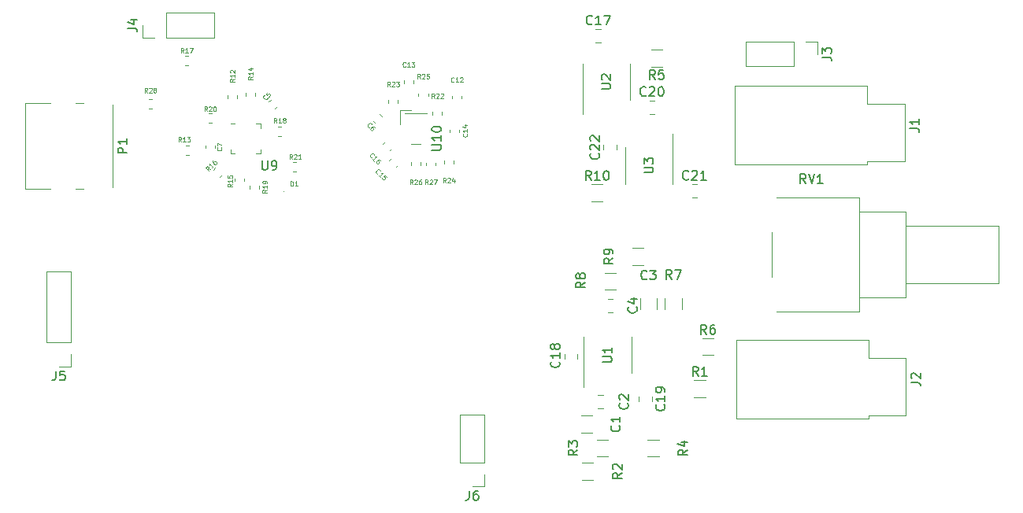
<source format=gbr>
%TF.GenerationSoftware,KiCad,Pcbnew,(5.1.8)-1*%
%TF.CreationDate,2021-03-14T21:45:14-06:00*%
%TF.ProjectId,Audio Card,41756469-6f20-4436-9172-642e6b696361,rev?*%
%TF.SameCoordinates,Original*%
%TF.FileFunction,Legend,Top*%
%TF.FilePolarity,Positive*%
%FSLAX46Y46*%
G04 Gerber Fmt 4.6, Leading zero omitted, Abs format (unit mm)*
G04 Created by KiCad (PCBNEW (5.1.8)-1) date 2021-03-14 21:45:14*
%MOMM*%
%LPD*%
G01*
G04 APERTURE LIST*
%ADD10C,0.120000*%
%ADD11C,0.100000*%
%ADD12C,0.150000*%
%ADD13C,0.125000*%
G04 APERTURE END LIST*
D10*
%TO.C,U9*%
X178674200Y-56447600D02*
X179149200Y-56447600D01*
X179149200Y-56447600D02*
X179149200Y-56922600D01*
X176404200Y-59667600D02*
X175929200Y-59667600D01*
X175929200Y-59667600D02*
X175929200Y-59192600D01*
X178674200Y-59667600D02*
X179149200Y-59667600D01*
X179149200Y-59667600D02*
X179149200Y-59192600D01*
X176404200Y-56447600D02*
X175929200Y-56447600D01*
%TO.C,J6*%
X203260000Y-95500500D02*
X201930000Y-95500500D01*
X203260000Y-94170500D02*
X203260000Y-95500500D01*
X203260000Y-92900500D02*
X200600000Y-92900500D01*
X200600000Y-92900500D02*
X200600000Y-87760500D01*
X203260000Y-92900500D02*
X203260000Y-87760500D01*
X203260000Y-87760500D02*
X200600000Y-87760500D01*
%TO.C,C22*%
X216015500Y-58730248D02*
X216015500Y-59252752D01*
X217435500Y-58730248D02*
X217435500Y-59252752D01*
%TO.C,C21*%
X225535748Y-64400500D02*
X226058252Y-64400500D01*
X225535748Y-62980500D02*
X226058252Y-62980500D01*
%TO.C,C20*%
X220963748Y-55383500D02*
X221486252Y-55383500D01*
X220963748Y-53963500D02*
X221486252Y-53963500D01*
%TO.C,C19*%
X219825500Y-85790248D02*
X219825500Y-86312752D01*
X221245500Y-85790248D02*
X221245500Y-86312752D01*
%TO.C,C18*%
X211824500Y-81218248D02*
X211824500Y-81740752D01*
X213244500Y-81218248D02*
X213244500Y-81740752D01*
%TO.C,C17*%
X215194248Y-47700000D02*
X215716752Y-47700000D01*
X215194248Y-46280000D02*
X215716752Y-46280000D01*
%TO.C,C4*%
X217050252Y-75299500D02*
X216527748Y-75299500D01*
X217050252Y-76719500D02*
X216527748Y-76719500D01*
%TO.C,C2*%
X215970752Y-85650000D02*
X215448248Y-85650000D01*
X215970752Y-87070000D02*
X215448248Y-87070000D01*
%TO.C,R10*%
X214741436Y-62971000D02*
X215945564Y-62971000D01*
X214741436Y-64791000D02*
X215945564Y-64791000D01*
%TO.C,R6*%
X226664436Y-79544500D02*
X227868564Y-79544500D01*
X226664436Y-81364500D02*
X227868564Y-81364500D01*
%TO.C,R5*%
X222344064Y-50313000D02*
X221139936Y-50313000D01*
X222344064Y-48493000D02*
X221139936Y-48493000D01*
%TO.C,R1*%
X225775436Y-84053000D02*
X226979564Y-84053000D01*
X225775436Y-85873000D02*
X226979564Y-85873000D01*
%TO.C,C3*%
X219943000Y-76421064D02*
X219943000Y-75216936D01*
X221763000Y-76421064D02*
X221763000Y-75216936D01*
%TO.C,C1*%
X214851064Y-89683000D02*
X213646936Y-89683000D01*
X214851064Y-87863000D02*
X213646936Y-87863000D01*
%TO.C,R9*%
X219107936Y-69829000D02*
X220312064Y-69829000D01*
X219107936Y-71649000D02*
X220312064Y-71649000D01*
%TO.C,R8*%
X216186936Y-72496000D02*
X217391064Y-72496000D01*
X216186936Y-74316000D02*
X217391064Y-74316000D01*
%TO.C,R7*%
X224430000Y-75216936D02*
X224430000Y-76421064D01*
X222610000Y-75216936D02*
X222610000Y-76421064D01*
%TO.C,R4*%
X220785936Y-90466500D02*
X221990064Y-90466500D01*
X220785936Y-92286500D02*
X221990064Y-92286500D01*
%TO.C,R3*%
X215297936Y-90466500D02*
X216502064Y-90466500D01*
X215297936Y-92286500D02*
X216502064Y-92286500D01*
%TO.C,R2*%
X213710436Y-92943000D02*
X214914564Y-92943000D01*
X213710436Y-94763000D02*
X214914564Y-94763000D01*
%TO.C,U3*%
X218356500Y-60960000D02*
X218356500Y-62910000D01*
X218356500Y-60960000D02*
X218356500Y-59010000D01*
X223476500Y-60960000D02*
X223476500Y-62910000D01*
X223476500Y-60960000D02*
X223476500Y-57510000D01*
%TO.C,U2*%
X218904500Y-51943000D02*
X218904500Y-49993000D01*
X218904500Y-51943000D02*
X218904500Y-53893000D01*
X213784500Y-51943000D02*
X213784500Y-49993000D01*
X213784500Y-51943000D02*
X213784500Y-55393000D01*
%TO.C,U1*%
X219031500Y-81342000D02*
X219031500Y-79392000D01*
X219031500Y-81342000D02*
X219031500Y-83292000D01*
X213911500Y-81342000D02*
X213911500Y-79392000D01*
X213911500Y-81342000D02*
X213911500Y-84792000D01*
%TO.C,P1*%
X160160000Y-54260000D02*
X159260000Y-54260000D01*
X160160000Y-63450000D02*
X159260000Y-63450000D01*
X156560000Y-54260000D02*
X153830000Y-54260000D01*
X156560000Y-63450000D02*
X153830000Y-63450000D01*
X163240000Y-54380000D02*
X163240000Y-63330000D01*
X153830000Y-54260000D02*
X153830000Y-63450000D01*
%TO.C,J5*%
X158810000Y-82610000D02*
X157480000Y-82610000D01*
X158810000Y-81280000D02*
X158810000Y-82610000D01*
X158810000Y-80010000D02*
X156150000Y-80010000D01*
X156150000Y-80010000D02*
X156150000Y-72330000D01*
X158810000Y-80010000D02*
X158810000Y-72330000D01*
X158810000Y-72330000D02*
X156150000Y-72330000D01*
%TO.C,R28*%
X167159721Y-54802500D02*
X167485279Y-54802500D01*
X167159721Y-53782500D02*
X167485279Y-53782500D01*
%TO.C,C16*%
X193261727Y-59110022D02*
X193031522Y-59340227D01*
X192540478Y-58388773D02*
X192310273Y-58618978D01*
%TO.C,R27*%
X196975000Y-60957779D02*
X196975000Y-60632221D01*
X197995000Y-60957779D02*
X197995000Y-60632221D01*
%TO.C,R26*%
X196344000Y-60581221D02*
X196344000Y-60906779D01*
X195324000Y-60581221D02*
X195324000Y-60906779D01*
%TO.C,R25*%
X197169500Y-53177221D02*
X197169500Y-53502779D01*
X196149500Y-53177221D02*
X196149500Y-53502779D01*
%TO.C,R24*%
X198880000Y-60779779D02*
X198880000Y-60454221D01*
X199900000Y-60779779D02*
X199900000Y-60454221D01*
%TO.C,R23*%
X193931000Y-53875721D02*
X193931000Y-54201279D01*
X192911000Y-53875721D02*
X192911000Y-54201279D01*
%TO.C,R22*%
X198630000Y-55145721D02*
X198630000Y-55471279D01*
X197610000Y-55145721D02*
X197610000Y-55471279D01*
%TO.C,R21*%
X182653721Y-60577000D02*
X182979279Y-60577000D01*
X182653721Y-61597000D02*
X182979279Y-61597000D01*
%TO.C,R20*%
X173924279Y-56390000D02*
X173598721Y-56390000D01*
X173924279Y-55370000D02*
X173598721Y-55370000D01*
%TO.C,R19*%
X177988500Y-63472279D02*
X177988500Y-63146721D01*
X179008500Y-63472279D02*
X179008500Y-63146721D01*
%TO.C,R18*%
X181066221Y-56767000D02*
X181391779Y-56767000D01*
X181066221Y-57787000D02*
X181391779Y-57787000D01*
%TO.C,R17*%
X171358779Y-50167000D02*
X171033221Y-50167000D01*
X171358779Y-49147000D02*
X171033221Y-49147000D01*
%TO.C,R16*%
X175022574Y-61918675D02*
X174792369Y-62148880D01*
X174301325Y-61197426D02*
X174071120Y-61427631D01*
%TO.C,R15*%
X177421000Y-62321221D02*
X177421000Y-62646779D01*
X176401000Y-62321221D02*
X176401000Y-62646779D01*
%TO.C,R14*%
X177544000Y-53477279D02*
X177544000Y-53151721D01*
X178564000Y-53477279D02*
X178564000Y-53151721D01*
%TO.C,R13*%
X171485779Y-59819000D02*
X171160221Y-59819000D01*
X171485779Y-58799000D02*
X171160221Y-58799000D01*
%TO.C,R12*%
X175639000Y-53731279D02*
X175639000Y-53405721D01*
X176659000Y-53731279D02*
X176659000Y-53405721D01*
D11*
%TO.C,D1*%
X181649500Y-63754000D02*
G75*
G03*
X181649500Y-63754000I-50000J0D01*
G01*
D10*
%TO.C,C15*%
X192994120Y-60396978D02*
X193224325Y-60166773D01*
X193715369Y-61118227D02*
X193945574Y-60888022D01*
%TO.C,C14*%
X200535000Y-57076221D02*
X200535000Y-57401779D01*
X199515000Y-57076221D02*
X199515000Y-57401779D01*
%TO.C,C13*%
X194562000Y-52143779D02*
X194562000Y-51818221D01*
X195582000Y-52143779D02*
X195582000Y-51818221D01*
%TO.C,C12*%
X199769000Y-53756779D02*
X199769000Y-53431221D01*
X200789000Y-53756779D02*
X200789000Y-53431221D01*
%TO.C,C7*%
X174246000Y-58765221D02*
X174246000Y-59090779D01*
X173226000Y-58765221D02*
X173226000Y-59090779D01*
%TO.C,C6*%
X191475631Y-56370380D02*
X191245426Y-56140175D01*
X192196880Y-55649131D02*
X191966675Y-55418926D01*
%TO.C,C5*%
X180005926Y-54095825D02*
X180236131Y-53865620D01*
X180727175Y-54817074D02*
X180957380Y-54586869D01*
%TO.C,U10*%
X194634800Y-55356900D02*
X197004800Y-55356900D01*
X196384800Y-58596900D02*
X195384800Y-58596900D01*
X194184800Y-54976900D02*
X195384800Y-54976900D01*
X194184800Y-56476900D02*
X194184800Y-54976900D01*
%TO.C,RV1*%
X258499000Y-67405000D02*
X258499000Y-73645000D01*
X248499000Y-67405000D02*
X248499000Y-73645000D01*
X248499000Y-73645000D02*
X258499000Y-73645000D01*
X248499000Y-67405000D02*
X258499000Y-67405000D01*
X248499000Y-65905000D02*
X248499000Y-75145000D01*
X243499000Y-65905000D02*
X243499000Y-75145000D01*
X243499000Y-75145000D02*
X248499000Y-75145000D01*
X243499000Y-65905000D02*
X248499000Y-65905000D01*
X243499000Y-64355000D02*
X243499000Y-76695000D01*
X234118000Y-68131000D02*
X234118000Y-72920000D01*
X234620000Y-76695000D02*
X243499000Y-76695000D01*
X234620000Y-64355000D02*
X243499000Y-64355000D01*
%TO.C,J4*%
X166437000Y-47177000D02*
X166437000Y-45847000D01*
X167767000Y-47177000D02*
X166437000Y-47177000D01*
X169037000Y-47177000D02*
X169037000Y-44517000D01*
X169037000Y-44517000D02*
X174177000Y-44517000D01*
X169037000Y-47177000D02*
X174177000Y-47177000D01*
X174177000Y-47177000D02*
X174177000Y-44517000D01*
%TO.C,J3*%
X239074000Y-47628500D02*
X239074000Y-48958500D01*
X237744000Y-47628500D02*
X239074000Y-47628500D01*
X236474000Y-47628500D02*
X236474000Y-50288500D01*
X236474000Y-50288500D02*
X231334000Y-50288500D01*
X236474000Y-47628500D02*
X231334000Y-47628500D01*
X231334000Y-47628500D02*
X231334000Y-50288500D01*
%TO.C,J2*%
X244512000Y-81632000D02*
X248512000Y-81632000D01*
X244512000Y-79732000D02*
X244512000Y-81632000D01*
X230272000Y-79732000D02*
X244512000Y-79732000D01*
X230272000Y-88172000D02*
X230272000Y-79732000D01*
X244512000Y-88172000D02*
X230272000Y-88172000D01*
X244512000Y-87872000D02*
X244512000Y-88172000D01*
X248512000Y-87872000D02*
X244512000Y-87872000D01*
X248512000Y-81632000D02*
X248512000Y-87872000D01*
%TO.C,J1*%
X244398000Y-54295000D02*
X248398000Y-54295000D01*
X244398000Y-52395000D02*
X244398000Y-54295000D01*
X230158000Y-52395000D02*
X244398000Y-52395000D01*
X230158000Y-60835000D02*
X230158000Y-52395000D01*
X244398000Y-60835000D02*
X230158000Y-60835000D01*
X244398000Y-60535000D02*
X244398000Y-60835000D01*
X248398000Y-60535000D02*
X244398000Y-60535000D01*
X248398000Y-54295000D02*
X248398000Y-60535000D01*
%TO.C,U9*%
D12*
X179324095Y-60412380D02*
X179324095Y-61221904D01*
X179371714Y-61317142D01*
X179419333Y-61364761D01*
X179514571Y-61412380D01*
X179705047Y-61412380D01*
X179800285Y-61364761D01*
X179847904Y-61317142D01*
X179895523Y-61221904D01*
X179895523Y-60412380D01*
X180419333Y-61412380D02*
X180609809Y-61412380D01*
X180705047Y-61364761D01*
X180752666Y-61317142D01*
X180847904Y-61174285D01*
X180895523Y-60983809D01*
X180895523Y-60602857D01*
X180847904Y-60507619D01*
X180800285Y-60460000D01*
X180705047Y-60412380D01*
X180514571Y-60412380D01*
X180419333Y-60460000D01*
X180371714Y-60507619D01*
X180324095Y-60602857D01*
X180324095Y-60840952D01*
X180371714Y-60936190D01*
X180419333Y-60983809D01*
X180514571Y-61031428D01*
X180705047Y-61031428D01*
X180800285Y-60983809D01*
X180847904Y-60936190D01*
X180895523Y-60840952D01*
%TO.C,J6*%
X201596666Y-95952880D02*
X201596666Y-96667166D01*
X201549047Y-96810023D01*
X201453809Y-96905261D01*
X201310952Y-96952880D01*
X201215714Y-96952880D01*
X202501428Y-95952880D02*
X202310952Y-95952880D01*
X202215714Y-96000500D01*
X202168095Y-96048119D01*
X202072857Y-96190976D01*
X202025238Y-96381452D01*
X202025238Y-96762404D01*
X202072857Y-96857642D01*
X202120476Y-96905261D01*
X202215714Y-96952880D01*
X202406190Y-96952880D01*
X202501428Y-96905261D01*
X202549047Y-96857642D01*
X202596666Y-96762404D01*
X202596666Y-96524309D01*
X202549047Y-96429071D01*
X202501428Y-96381452D01*
X202406190Y-96333833D01*
X202215714Y-96333833D01*
X202120476Y-96381452D01*
X202072857Y-96429071D01*
X202025238Y-96524309D01*
%TO.C,C22*%
X215495142Y-59634357D02*
X215542761Y-59681976D01*
X215590380Y-59824833D01*
X215590380Y-59920071D01*
X215542761Y-60062928D01*
X215447523Y-60158166D01*
X215352285Y-60205785D01*
X215161809Y-60253404D01*
X215018952Y-60253404D01*
X214828476Y-60205785D01*
X214733238Y-60158166D01*
X214638000Y-60062928D01*
X214590380Y-59920071D01*
X214590380Y-59824833D01*
X214638000Y-59681976D01*
X214685619Y-59634357D01*
X214685619Y-59253404D02*
X214638000Y-59205785D01*
X214590380Y-59110547D01*
X214590380Y-58872452D01*
X214638000Y-58777214D01*
X214685619Y-58729595D01*
X214780857Y-58681976D01*
X214876095Y-58681976D01*
X215018952Y-58729595D01*
X215590380Y-59301023D01*
X215590380Y-58681976D01*
X214685619Y-58301023D02*
X214638000Y-58253404D01*
X214590380Y-58158166D01*
X214590380Y-57920071D01*
X214638000Y-57824833D01*
X214685619Y-57777214D01*
X214780857Y-57729595D01*
X214876095Y-57729595D01*
X215018952Y-57777214D01*
X215590380Y-58348642D01*
X215590380Y-57729595D01*
%TO.C,C21*%
X225154142Y-62397642D02*
X225106523Y-62445261D01*
X224963666Y-62492880D01*
X224868428Y-62492880D01*
X224725571Y-62445261D01*
X224630333Y-62350023D01*
X224582714Y-62254785D01*
X224535095Y-62064309D01*
X224535095Y-61921452D01*
X224582714Y-61730976D01*
X224630333Y-61635738D01*
X224725571Y-61540500D01*
X224868428Y-61492880D01*
X224963666Y-61492880D01*
X225106523Y-61540500D01*
X225154142Y-61588119D01*
X225535095Y-61588119D02*
X225582714Y-61540500D01*
X225677952Y-61492880D01*
X225916047Y-61492880D01*
X226011285Y-61540500D01*
X226058904Y-61588119D01*
X226106523Y-61683357D01*
X226106523Y-61778595D01*
X226058904Y-61921452D01*
X225487476Y-62492880D01*
X226106523Y-62492880D01*
X227058904Y-62492880D02*
X226487476Y-62492880D01*
X226773190Y-62492880D02*
X226773190Y-61492880D01*
X226677952Y-61635738D01*
X226582714Y-61730976D01*
X226487476Y-61778595D01*
%TO.C,C20*%
X220582142Y-53380642D02*
X220534523Y-53428261D01*
X220391666Y-53475880D01*
X220296428Y-53475880D01*
X220153571Y-53428261D01*
X220058333Y-53333023D01*
X220010714Y-53237785D01*
X219963095Y-53047309D01*
X219963095Y-52904452D01*
X220010714Y-52713976D01*
X220058333Y-52618738D01*
X220153571Y-52523500D01*
X220296428Y-52475880D01*
X220391666Y-52475880D01*
X220534523Y-52523500D01*
X220582142Y-52571119D01*
X220963095Y-52571119D02*
X221010714Y-52523500D01*
X221105952Y-52475880D01*
X221344047Y-52475880D01*
X221439285Y-52523500D01*
X221486904Y-52571119D01*
X221534523Y-52666357D01*
X221534523Y-52761595D01*
X221486904Y-52904452D01*
X220915476Y-53475880D01*
X221534523Y-53475880D01*
X222153571Y-52475880D02*
X222248809Y-52475880D01*
X222344047Y-52523500D01*
X222391666Y-52571119D01*
X222439285Y-52666357D01*
X222486904Y-52856833D01*
X222486904Y-53094928D01*
X222439285Y-53285404D01*
X222391666Y-53380642D01*
X222344047Y-53428261D01*
X222248809Y-53475880D01*
X222153571Y-53475880D01*
X222058333Y-53428261D01*
X222010714Y-53380642D01*
X221963095Y-53285404D01*
X221915476Y-53094928D01*
X221915476Y-52856833D01*
X221963095Y-52666357D01*
X222010714Y-52571119D01*
X222058333Y-52523500D01*
X222153571Y-52475880D01*
%TO.C,C19*%
X222542642Y-86694357D02*
X222590261Y-86741976D01*
X222637880Y-86884833D01*
X222637880Y-86980071D01*
X222590261Y-87122928D01*
X222495023Y-87218166D01*
X222399785Y-87265785D01*
X222209309Y-87313404D01*
X222066452Y-87313404D01*
X221875976Y-87265785D01*
X221780738Y-87218166D01*
X221685500Y-87122928D01*
X221637880Y-86980071D01*
X221637880Y-86884833D01*
X221685500Y-86741976D01*
X221733119Y-86694357D01*
X222637880Y-85741976D02*
X222637880Y-86313404D01*
X222637880Y-86027690D02*
X221637880Y-86027690D01*
X221780738Y-86122928D01*
X221875976Y-86218166D01*
X221923595Y-86313404D01*
X222637880Y-85265785D02*
X222637880Y-85075309D01*
X222590261Y-84980071D01*
X222542642Y-84932452D01*
X222399785Y-84837214D01*
X222209309Y-84789595D01*
X221828357Y-84789595D01*
X221733119Y-84837214D01*
X221685500Y-84884833D01*
X221637880Y-84980071D01*
X221637880Y-85170547D01*
X221685500Y-85265785D01*
X221733119Y-85313404D01*
X221828357Y-85361023D01*
X222066452Y-85361023D01*
X222161690Y-85313404D01*
X222209309Y-85265785D01*
X222256928Y-85170547D01*
X222256928Y-84980071D01*
X222209309Y-84884833D01*
X222161690Y-84837214D01*
X222066452Y-84789595D01*
%TO.C,C18*%
X211240642Y-82049857D02*
X211288261Y-82097476D01*
X211335880Y-82240333D01*
X211335880Y-82335571D01*
X211288261Y-82478428D01*
X211193023Y-82573666D01*
X211097785Y-82621285D01*
X210907309Y-82668904D01*
X210764452Y-82668904D01*
X210573976Y-82621285D01*
X210478738Y-82573666D01*
X210383500Y-82478428D01*
X210335880Y-82335571D01*
X210335880Y-82240333D01*
X210383500Y-82097476D01*
X210431119Y-82049857D01*
X211335880Y-81097476D02*
X211335880Y-81668904D01*
X211335880Y-81383190D02*
X210335880Y-81383190D01*
X210478738Y-81478428D01*
X210573976Y-81573666D01*
X210621595Y-81668904D01*
X210764452Y-80526047D02*
X210716833Y-80621285D01*
X210669214Y-80668904D01*
X210573976Y-80716523D01*
X210526357Y-80716523D01*
X210431119Y-80668904D01*
X210383500Y-80621285D01*
X210335880Y-80526047D01*
X210335880Y-80335571D01*
X210383500Y-80240333D01*
X210431119Y-80192714D01*
X210526357Y-80145095D01*
X210573976Y-80145095D01*
X210669214Y-80192714D01*
X210716833Y-80240333D01*
X210764452Y-80335571D01*
X210764452Y-80526047D01*
X210812071Y-80621285D01*
X210859690Y-80668904D01*
X210954928Y-80716523D01*
X211145404Y-80716523D01*
X211240642Y-80668904D01*
X211288261Y-80621285D01*
X211335880Y-80526047D01*
X211335880Y-80335571D01*
X211288261Y-80240333D01*
X211240642Y-80192714D01*
X211145404Y-80145095D01*
X210954928Y-80145095D01*
X210859690Y-80192714D01*
X210812071Y-80240333D01*
X210764452Y-80335571D01*
%TO.C,C17*%
X214812642Y-45697142D02*
X214765023Y-45744761D01*
X214622166Y-45792380D01*
X214526928Y-45792380D01*
X214384071Y-45744761D01*
X214288833Y-45649523D01*
X214241214Y-45554285D01*
X214193595Y-45363809D01*
X214193595Y-45220952D01*
X214241214Y-45030476D01*
X214288833Y-44935238D01*
X214384071Y-44840000D01*
X214526928Y-44792380D01*
X214622166Y-44792380D01*
X214765023Y-44840000D01*
X214812642Y-44887619D01*
X215765023Y-45792380D02*
X215193595Y-45792380D01*
X215479309Y-45792380D02*
X215479309Y-44792380D01*
X215384071Y-44935238D01*
X215288833Y-45030476D01*
X215193595Y-45078095D01*
X216098357Y-44792380D02*
X216765023Y-44792380D01*
X216336452Y-45792380D01*
%TO.C,C4*%
X219559142Y-76176166D02*
X219606761Y-76223785D01*
X219654380Y-76366642D01*
X219654380Y-76461880D01*
X219606761Y-76604738D01*
X219511523Y-76699976D01*
X219416285Y-76747595D01*
X219225809Y-76795214D01*
X219082952Y-76795214D01*
X218892476Y-76747595D01*
X218797238Y-76699976D01*
X218702000Y-76604738D01*
X218654380Y-76461880D01*
X218654380Y-76366642D01*
X218702000Y-76223785D01*
X218749619Y-76176166D01*
X218987714Y-75319023D02*
X219654380Y-75319023D01*
X218606761Y-75557119D02*
X219321047Y-75795214D01*
X219321047Y-75176166D01*
%TO.C,C2*%
X218606642Y-86526666D02*
X218654261Y-86574285D01*
X218701880Y-86717142D01*
X218701880Y-86812380D01*
X218654261Y-86955238D01*
X218559023Y-87050476D01*
X218463785Y-87098095D01*
X218273309Y-87145714D01*
X218130452Y-87145714D01*
X217939976Y-87098095D01*
X217844738Y-87050476D01*
X217749500Y-86955238D01*
X217701880Y-86812380D01*
X217701880Y-86717142D01*
X217749500Y-86574285D01*
X217797119Y-86526666D01*
X217797119Y-86145714D02*
X217749500Y-86098095D01*
X217701880Y-86002857D01*
X217701880Y-85764761D01*
X217749500Y-85669523D01*
X217797119Y-85621904D01*
X217892357Y-85574285D01*
X217987595Y-85574285D01*
X218130452Y-85621904D01*
X218701880Y-86193333D01*
X218701880Y-85574285D01*
%TO.C,R10*%
X214700642Y-62513380D02*
X214367309Y-62037190D01*
X214129214Y-62513380D02*
X214129214Y-61513380D01*
X214510166Y-61513380D01*
X214605404Y-61561000D01*
X214653023Y-61608619D01*
X214700642Y-61703857D01*
X214700642Y-61846714D01*
X214653023Y-61941952D01*
X214605404Y-61989571D01*
X214510166Y-62037190D01*
X214129214Y-62037190D01*
X215653023Y-62513380D02*
X215081595Y-62513380D01*
X215367309Y-62513380D02*
X215367309Y-61513380D01*
X215272071Y-61656238D01*
X215176833Y-61751476D01*
X215081595Y-61799095D01*
X216272071Y-61513380D02*
X216367309Y-61513380D01*
X216462547Y-61561000D01*
X216510166Y-61608619D01*
X216557785Y-61703857D01*
X216605404Y-61894333D01*
X216605404Y-62132428D01*
X216557785Y-62322904D01*
X216510166Y-62418142D01*
X216462547Y-62465761D01*
X216367309Y-62513380D01*
X216272071Y-62513380D01*
X216176833Y-62465761D01*
X216129214Y-62418142D01*
X216081595Y-62322904D01*
X216033976Y-62132428D01*
X216033976Y-61894333D01*
X216081595Y-61703857D01*
X216129214Y-61608619D01*
X216176833Y-61561000D01*
X216272071Y-61513380D01*
%TO.C,R6*%
X227099833Y-79086880D02*
X226766500Y-78610690D01*
X226528404Y-79086880D02*
X226528404Y-78086880D01*
X226909357Y-78086880D01*
X227004595Y-78134500D01*
X227052214Y-78182119D01*
X227099833Y-78277357D01*
X227099833Y-78420214D01*
X227052214Y-78515452D01*
X227004595Y-78563071D01*
X226909357Y-78610690D01*
X226528404Y-78610690D01*
X227956976Y-78086880D02*
X227766500Y-78086880D01*
X227671261Y-78134500D01*
X227623642Y-78182119D01*
X227528404Y-78324976D01*
X227480785Y-78515452D01*
X227480785Y-78896404D01*
X227528404Y-78991642D01*
X227576023Y-79039261D01*
X227671261Y-79086880D01*
X227861738Y-79086880D01*
X227956976Y-79039261D01*
X228004595Y-78991642D01*
X228052214Y-78896404D01*
X228052214Y-78658309D01*
X228004595Y-78563071D01*
X227956976Y-78515452D01*
X227861738Y-78467833D01*
X227671261Y-78467833D01*
X227576023Y-78515452D01*
X227528404Y-78563071D01*
X227480785Y-78658309D01*
%TO.C,R5*%
X221575333Y-51675380D02*
X221242000Y-51199190D01*
X221003904Y-51675380D02*
X221003904Y-50675380D01*
X221384857Y-50675380D01*
X221480095Y-50723000D01*
X221527714Y-50770619D01*
X221575333Y-50865857D01*
X221575333Y-51008714D01*
X221527714Y-51103952D01*
X221480095Y-51151571D01*
X221384857Y-51199190D01*
X221003904Y-51199190D01*
X222480095Y-50675380D02*
X222003904Y-50675380D01*
X221956285Y-51151571D01*
X222003904Y-51103952D01*
X222099142Y-51056333D01*
X222337238Y-51056333D01*
X222432476Y-51103952D01*
X222480095Y-51151571D01*
X222527714Y-51246809D01*
X222527714Y-51484904D01*
X222480095Y-51580142D01*
X222432476Y-51627761D01*
X222337238Y-51675380D01*
X222099142Y-51675380D01*
X222003904Y-51627761D01*
X221956285Y-51580142D01*
%TO.C,R1*%
X226210833Y-83595380D02*
X225877500Y-83119190D01*
X225639404Y-83595380D02*
X225639404Y-82595380D01*
X226020357Y-82595380D01*
X226115595Y-82643000D01*
X226163214Y-82690619D01*
X226210833Y-82785857D01*
X226210833Y-82928714D01*
X226163214Y-83023952D01*
X226115595Y-83071571D01*
X226020357Y-83119190D01*
X225639404Y-83119190D01*
X227163214Y-83595380D02*
X226591785Y-83595380D01*
X226877500Y-83595380D02*
X226877500Y-82595380D01*
X226782261Y-82738238D01*
X226687023Y-82833476D01*
X226591785Y-82881095D01*
%TO.C,C3*%
X220686333Y-73128142D02*
X220638714Y-73175761D01*
X220495857Y-73223380D01*
X220400619Y-73223380D01*
X220257761Y-73175761D01*
X220162523Y-73080523D01*
X220114904Y-72985285D01*
X220067285Y-72794809D01*
X220067285Y-72651952D01*
X220114904Y-72461476D01*
X220162523Y-72366238D01*
X220257761Y-72271000D01*
X220400619Y-72223380D01*
X220495857Y-72223380D01*
X220638714Y-72271000D01*
X220686333Y-72318619D01*
X221019666Y-72223380D02*
X221638714Y-72223380D01*
X221305380Y-72604333D01*
X221448238Y-72604333D01*
X221543476Y-72651952D01*
X221591095Y-72699571D01*
X221638714Y-72794809D01*
X221638714Y-73032904D01*
X221591095Y-73128142D01*
X221543476Y-73175761D01*
X221448238Y-73223380D01*
X221162523Y-73223380D01*
X221067285Y-73175761D01*
X221019666Y-73128142D01*
%TO.C,C1*%
X217717642Y-88939666D02*
X217765261Y-88987285D01*
X217812880Y-89130142D01*
X217812880Y-89225380D01*
X217765261Y-89368238D01*
X217670023Y-89463476D01*
X217574785Y-89511095D01*
X217384309Y-89558714D01*
X217241452Y-89558714D01*
X217050976Y-89511095D01*
X216955738Y-89463476D01*
X216860500Y-89368238D01*
X216812880Y-89225380D01*
X216812880Y-89130142D01*
X216860500Y-88987285D01*
X216908119Y-88939666D01*
X217812880Y-87987285D02*
X217812880Y-88558714D01*
X217812880Y-88273000D02*
X216812880Y-88273000D01*
X216955738Y-88368238D01*
X217050976Y-88463476D01*
X217098595Y-88558714D01*
%TO.C,R9*%
X217050880Y-70905666D02*
X216574690Y-71239000D01*
X217050880Y-71477095D02*
X216050880Y-71477095D01*
X216050880Y-71096142D01*
X216098500Y-71000904D01*
X216146119Y-70953285D01*
X216241357Y-70905666D01*
X216384214Y-70905666D01*
X216479452Y-70953285D01*
X216527071Y-71000904D01*
X216574690Y-71096142D01*
X216574690Y-71477095D01*
X217050880Y-70429476D02*
X217050880Y-70239000D01*
X217003261Y-70143761D01*
X216955642Y-70096142D01*
X216812785Y-70000904D01*
X216622309Y-69953285D01*
X216241357Y-69953285D01*
X216146119Y-70000904D01*
X216098500Y-70048523D01*
X216050880Y-70143761D01*
X216050880Y-70334238D01*
X216098500Y-70429476D01*
X216146119Y-70477095D01*
X216241357Y-70524714D01*
X216479452Y-70524714D01*
X216574690Y-70477095D01*
X216622309Y-70429476D01*
X216669928Y-70334238D01*
X216669928Y-70143761D01*
X216622309Y-70048523D01*
X216574690Y-70000904D01*
X216479452Y-69953285D01*
%TO.C,R8*%
X214066380Y-73509166D02*
X213590190Y-73842500D01*
X214066380Y-74080595D02*
X213066380Y-74080595D01*
X213066380Y-73699642D01*
X213114000Y-73604404D01*
X213161619Y-73556785D01*
X213256857Y-73509166D01*
X213399714Y-73509166D01*
X213494952Y-73556785D01*
X213542571Y-73604404D01*
X213590190Y-73699642D01*
X213590190Y-74080595D01*
X213494952Y-72937738D02*
X213447333Y-73032976D01*
X213399714Y-73080595D01*
X213304476Y-73128214D01*
X213256857Y-73128214D01*
X213161619Y-73080595D01*
X213114000Y-73032976D01*
X213066380Y-72937738D01*
X213066380Y-72747261D01*
X213114000Y-72652023D01*
X213161619Y-72604404D01*
X213256857Y-72556785D01*
X213304476Y-72556785D01*
X213399714Y-72604404D01*
X213447333Y-72652023D01*
X213494952Y-72747261D01*
X213494952Y-72937738D01*
X213542571Y-73032976D01*
X213590190Y-73080595D01*
X213685428Y-73128214D01*
X213875904Y-73128214D01*
X213971142Y-73080595D01*
X214018761Y-73032976D01*
X214066380Y-72937738D01*
X214066380Y-72747261D01*
X214018761Y-72652023D01*
X213971142Y-72604404D01*
X213875904Y-72556785D01*
X213685428Y-72556785D01*
X213590190Y-72604404D01*
X213542571Y-72652023D01*
X213494952Y-72747261D01*
%TO.C,R7*%
X223353333Y-73159880D02*
X223020000Y-72683690D01*
X222781904Y-73159880D02*
X222781904Y-72159880D01*
X223162857Y-72159880D01*
X223258095Y-72207500D01*
X223305714Y-72255119D01*
X223353333Y-72350357D01*
X223353333Y-72493214D01*
X223305714Y-72588452D01*
X223258095Y-72636071D01*
X223162857Y-72683690D01*
X222781904Y-72683690D01*
X223686666Y-72159880D02*
X224353333Y-72159880D01*
X223924761Y-73159880D01*
%TO.C,R4*%
X225051880Y-91543166D02*
X224575690Y-91876500D01*
X225051880Y-92114595D02*
X224051880Y-92114595D01*
X224051880Y-91733642D01*
X224099500Y-91638404D01*
X224147119Y-91590785D01*
X224242357Y-91543166D01*
X224385214Y-91543166D01*
X224480452Y-91590785D01*
X224528071Y-91638404D01*
X224575690Y-91733642D01*
X224575690Y-92114595D01*
X224385214Y-90686023D02*
X225051880Y-90686023D01*
X224004261Y-90924119D02*
X224718547Y-91162214D01*
X224718547Y-90543166D01*
%TO.C,R3*%
X213240880Y-91543166D02*
X212764690Y-91876500D01*
X213240880Y-92114595D02*
X212240880Y-92114595D01*
X212240880Y-91733642D01*
X212288500Y-91638404D01*
X212336119Y-91590785D01*
X212431357Y-91543166D01*
X212574214Y-91543166D01*
X212669452Y-91590785D01*
X212717071Y-91638404D01*
X212764690Y-91733642D01*
X212764690Y-92114595D01*
X212240880Y-91209833D02*
X212240880Y-90590785D01*
X212621833Y-90924119D01*
X212621833Y-90781261D01*
X212669452Y-90686023D01*
X212717071Y-90638404D01*
X212812309Y-90590785D01*
X213050404Y-90590785D01*
X213145642Y-90638404D01*
X213193261Y-90686023D01*
X213240880Y-90781261D01*
X213240880Y-91066976D01*
X213193261Y-91162214D01*
X213145642Y-91209833D01*
%TO.C,R2*%
X218003380Y-94019666D02*
X217527190Y-94353000D01*
X218003380Y-94591095D02*
X217003380Y-94591095D01*
X217003380Y-94210142D01*
X217051000Y-94114904D01*
X217098619Y-94067285D01*
X217193857Y-94019666D01*
X217336714Y-94019666D01*
X217431952Y-94067285D01*
X217479571Y-94114904D01*
X217527190Y-94210142D01*
X217527190Y-94591095D01*
X217098619Y-93638714D02*
X217051000Y-93591095D01*
X217003380Y-93495857D01*
X217003380Y-93257761D01*
X217051000Y-93162523D01*
X217098619Y-93114904D01*
X217193857Y-93067285D01*
X217289095Y-93067285D01*
X217431952Y-93114904D01*
X218003380Y-93686333D01*
X218003380Y-93067285D01*
%TO.C,U3*%
X220368880Y-61721904D02*
X221178404Y-61721904D01*
X221273642Y-61674285D01*
X221321261Y-61626666D01*
X221368880Y-61531428D01*
X221368880Y-61340952D01*
X221321261Y-61245714D01*
X221273642Y-61198095D01*
X221178404Y-61150476D01*
X220368880Y-61150476D01*
X220368880Y-60769523D02*
X220368880Y-60150476D01*
X220749833Y-60483809D01*
X220749833Y-60340952D01*
X220797452Y-60245714D01*
X220845071Y-60198095D01*
X220940309Y-60150476D01*
X221178404Y-60150476D01*
X221273642Y-60198095D01*
X221321261Y-60245714D01*
X221368880Y-60340952D01*
X221368880Y-60626666D01*
X221321261Y-60721904D01*
X221273642Y-60769523D01*
%TO.C,U2*%
X215796880Y-52704904D02*
X216606404Y-52704904D01*
X216701642Y-52657285D01*
X216749261Y-52609666D01*
X216796880Y-52514428D01*
X216796880Y-52323952D01*
X216749261Y-52228714D01*
X216701642Y-52181095D01*
X216606404Y-52133476D01*
X215796880Y-52133476D01*
X215892119Y-51704904D02*
X215844500Y-51657285D01*
X215796880Y-51562047D01*
X215796880Y-51323952D01*
X215844500Y-51228714D01*
X215892119Y-51181095D01*
X215987357Y-51133476D01*
X216082595Y-51133476D01*
X216225452Y-51181095D01*
X216796880Y-51752523D01*
X216796880Y-51133476D01*
%TO.C,U1*%
X215923880Y-82103904D02*
X216733404Y-82103904D01*
X216828642Y-82056285D01*
X216876261Y-82008666D01*
X216923880Y-81913428D01*
X216923880Y-81722952D01*
X216876261Y-81627714D01*
X216828642Y-81580095D01*
X216733404Y-81532476D01*
X215923880Y-81532476D01*
X216923880Y-80532476D02*
X216923880Y-81103904D01*
X216923880Y-80818190D02*
X215923880Y-80818190D01*
X216066738Y-80913428D01*
X216161976Y-81008666D01*
X216209595Y-81103904D01*
%TO.C,P1*%
X164812380Y-59593095D02*
X163812380Y-59593095D01*
X163812380Y-59212142D01*
X163860000Y-59116904D01*
X163907619Y-59069285D01*
X164002857Y-59021666D01*
X164145714Y-59021666D01*
X164240952Y-59069285D01*
X164288571Y-59116904D01*
X164336190Y-59212142D01*
X164336190Y-59593095D01*
X164812380Y-58069285D02*
X164812380Y-58640714D01*
X164812380Y-58355000D02*
X163812380Y-58355000D01*
X163955238Y-58450238D01*
X164050476Y-58545476D01*
X164098095Y-58640714D01*
%TO.C,J5*%
X157146666Y-83062380D02*
X157146666Y-83776666D01*
X157099047Y-83919523D01*
X157003809Y-84014761D01*
X156860952Y-84062380D01*
X156765714Y-84062380D01*
X158099047Y-83062380D02*
X157622857Y-83062380D01*
X157575238Y-83538571D01*
X157622857Y-83490952D01*
X157718095Y-83443333D01*
X157956190Y-83443333D01*
X158051428Y-83490952D01*
X158099047Y-83538571D01*
X158146666Y-83633809D01*
X158146666Y-83871904D01*
X158099047Y-83967142D01*
X158051428Y-84014761D01*
X157956190Y-84062380D01*
X157718095Y-84062380D01*
X157622857Y-84014761D01*
X157575238Y-83967142D01*
%TO.C,R28*%
D13*
X167001071Y-53088690D02*
X166834404Y-52850595D01*
X166715357Y-53088690D02*
X166715357Y-52588690D01*
X166905833Y-52588690D01*
X166953452Y-52612500D01*
X166977261Y-52636309D01*
X167001071Y-52683928D01*
X167001071Y-52755357D01*
X166977261Y-52802976D01*
X166953452Y-52826785D01*
X166905833Y-52850595D01*
X166715357Y-52850595D01*
X167191547Y-52636309D02*
X167215357Y-52612500D01*
X167262976Y-52588690D01*
X167382023Y-52588690D01*
X167429642Y-52612500D01*
X167453452Y-52636309D01*
X167477261Y-52683928D01*
X167477261Y-52731547D01*
X167453452Y-52802976D01*
X167167738Y-53088690D01*
X167477261Y-53088690D01*
X167762976Y-52802976D02*
X167715357Y-52779166D01*
X167691547Y-52755357D01*
X167667738Y-52707738D01*
X167667738Y-52683928D01*
X167691547Y-52636309D01*
X167715357Y-52612500D01*
X167762976Y-52588690D01*
X167858214Y-52588690D01*
X167905833Y-52612500D01*
X167929642Y-52636309D01*
X167953452Y-52683928D01*
X167953452Y-52707738D01*
X167929642Y-52755357D01*
X167905833Y-52779166D01*
X167858214Y-52802976D01*
X167762976Y-52802976D01*
X167715357Y-52826785D01*
X167691547Y-52850595D01*
X167667738Y-52898214D01*
X167667738Y-52993452D01*
X167691547Y-53041071D01*
X167715357Y-53064880D01*
X167762976Y-53088690D01*
X167858214Y-53088690D01*
X167905833Y-53064880D01*
X167929642Y-53041071D01*
X167953452Y-52993452D01*
X167953452Y-52898214D01*
X167929642Y-52850595D01*
X167905833Y-52826785D01*
X167858214Y-52802976D01*
%TO.C,C16*%
X191098946Y-60096984D02*
X191065274Y-60096984D01*
X190997931Y-60063312D01*
X190964259Y-60029641D01*
X190930587Y-59962297D01*
X190930587Y-59894954D01*
X190947423Y-59844446D01*
X190997931Y-59760267D01*
X191048438Y-59709759D01*
X191132618Y-59659251D01*
X191183125Y-59642416D01*
X191250469Y-59642416D01*
X191317812Y-59676087D01*
X191351484Y-59709759D01*
X191385156Y-59777103D01*
X191385156Y-59810774D01*
X191401992Y-60467374D02*
X191199961Y-60265343D01*
X191300977Y-60366358D02*
X191654530Y-60012805D01*
X191570351Y-60029641D01*
X191503007Y-60029641D01*
X191452500Y-60012805D01*
X192058591Y-60416866D02*
X191991248Y-60349522D01*
X191940740Y-60332687D01*
X191907068Y-60332687D01*
X191822889Y-60349522D01*
X191738709Y-60400030D01*
X191604022Y-60534717D01*
X191587187Y-60585225D01*
X191587187Y-60618896D01*
X191604022Y-60669404D01*
X191671366Y-60736748D01*
X191721874Y-60753583D01*
X191755545Y-60753583D01*
X191806053Y-60736748D01*
X191890232Y-60652568D01*
X191907068Y-60602061D01*
X191907068Y-60568389D01*
X191890232Y-60517881D01*
X191822889Y-60450538D01*
X191772381Y-60433702D01*
X191738709Y-60433702D01*
X191688202Y-60450538D01*
%TO.C,R27*%
X197163571Y-62964190D02*
X196996904Y-62726095D01*
X196877857Y-62964190D02*
X196877857Y-62464190D01*
X197068333Y-62464190D01*
X197115952Y-62488000D01*
X197139761Y-62511809D01*
X197163571Y-62559428D01*
X197163571Y-62630857D01*
X197139761Y-62678476D01*
X197115952Y-62702285D01*
X197068333Y-62726095D01*
X196877857Y-62726095D01*
X197354047Y-62511809D02*
X197377857Y-62488000D01*
X197425476Y-62464190D01*
X197544523Y-62464190D01*
X197592142Y-62488000D01*
X197615952Y-62511809D01*
X197639761Y-62559428D01*
X197639761Y-62607047D01*
X197615952Y-62678476D01*
X197330238Y-62964190D01*
X197639761Y-62964190D01*
X197806428Y-62464190D02*
X198139761Y-62464190D01*
X197925476Y-62964190D01*
%TO.C,R26*%
X195512571Y-62964190D02*
X195345904Y-62726095D01*
X195226857Y-62964190D02*
X195226857Y-62464190D01*
X195417333Y-62464190D01*
X195464952Y-62488000D01*
X195488761Y-62511809D01*
X195512571Y-62559428D01*
X195512571Y-62630857D01*
X195488761Y-62678476D01*
X195464952Y-62702285D01*
X195417333Y-62726095D01*
X195226857Y-62726095D01*
X195703047Y-62511809D02*
X195726857Y-62488000D01*
X195774476Y-62464190D01*
X195893523Y-62464190D01*
X195941142Y-62488000D01*
X195964952Y-62511809D01*
X195988761Y-62559428D01*
X195988761Y-62607047D01*
X195964952Y-62678476D01*
X195679238Y-62964190D01*
X195988761Y-62964190D01*
X196417333Y-62464190D02*
X196322095Y-62464190D01*
X196274476Y-62488000D01*
X196250666Y-62511809D01*
X196203047Y-62583238D01*
X196179238Y-62678476D01*
X196179238Y-62868952D01*
X196203047Y-62916571D01*
X196226857Y-62940380D01*
X196274476Y-62964190D01*
X196369714Y-62964190D01*
X196417333Y-62940380D01*
X196441142Y-62916571D01*
X196464952Y-62868952D01*
X196464952Y-62749904D01*
X196441142Y-62702285D01*
X196417333Y-62678476D01*
X196369714Y-62654666D01*
X196274476Y-62654666D01*
X196226857Y-62678476D01*
X196203047Y-62702285D01*
X196179238Y-62749904D01*
%TO.C,R25*%
X196338071Y-51597690D02*
X196171404Y-51359595D01*
X196052357Y-51597690D02*
X196052357Y-51097690D01*
X196242833Y-51097690D01*
X196290452Y-51121500D01*
X196314261Y-51145309D01*
X196338071Y-51192928D01*
X196338071Y-51264357D01*
X196314261Y-51311976D01*
X196290452Y-51335785D01*
X196242833Y-51359595D01*
X196052357Y-51359595D01*
X196528547Y-51145309D02*
X196552357Y-51121500D01*
X196599976Y-51097690D01*
X196719023Y-51097690D01*
X196766642Y-51121500D01*
X196790452Y-51145309D01*
X196814261Y-51192928D01*
X196814261Y-51240547D01*
X196790452Y-51311976D01*
X196504738Y-51597690D01*
X196814261Y-51597690D01*
X197266642Y-51097690D02*
X197028547Y-51097690D01*
X197004738Y-51335785D01*
X197028547Y-51311976D01*
X197076166Y-51288166D01*
X197195214Y-51288166D01*
X197242833Y-51311976D01*
X197266642Y-51335785D01*
X197290452Y-51383404D01*
X197290452Y-51502452D01*
X197266642Y-51550071D01*
X197242833Y-51573880D01*
X197195214Y-51597690D01*
X197076166Y-51597690D01*
X197028547Y-51573880D01*
X197004738Y-51550071D01*
%TO.C,R24*%
X199068571Y-62773690D02*
X198901904Y-62535595D01*
X198782857Y-62773690D02*
X198782857Y-62273690D01*
X198973333Y-62273690D01*
X199020952Y-62297500D01*
X199044761Y-62321309D01*
X199068571Y-62368928D01*
X199068571Y-62440357D01*
X199044761Y-62487976D01*
X199020952Y-62511785D01*
X198973333Y-62535595D01*
X198782857Y-62535595D01*
X199259047Y-62321309D02*
X199282857Y-62297500D01*
X199330476Y-62273690D01*
X199449523Y-62273690D01*
X199497142Y-62297500D01*
X199520952Y-62321309D01*
X199544761Y-62368928D01*
X199544761Y-62416547D01*
X199520952Y-62487976D01*
X199235238Y-62773690D01*
X199544761Y-62773690D01*
X199973333Y-62440357D02*
X199973333Y-62773690D01*
X199854285Y-62249880D02*
X199735238Y-62607023D01*
X200044761Y-62607023D01*
%TO.C,R23*%
X193099571Y-52423190D02*
X192932904Y-52185095D01*
X192813857Y-52423190D02*
X192813857Y-51923190D01*
X193004333Y-51923190D01*
X193051952Y-51947000D01*
X193075761Y-51970809D01*
X193099571Y-52018428D01*
X193099571Y-52089857D01*
X193075761Y-52137476D01*
X193051952Y-52161285D01*
X193004333Y-52185095D01*
X192813857Y-52185095D01*
X193290047Y-51970809D02*
X193313857Y-51947000D01*
X193361476Y-51923190D01*
X193480523Y-51923190D01*
X193528142Y-51947000D01*
X193551952Y-51970809D01*
X193575761Y-52018428D01*
X193575761Y-52066047D01*
X193551952Y-52137476D01*
X193266238Y-52423190D01*
X193575761Y-52423190D01*
X193742428Y-51923190D02*
X194051952Y-51923190D01*
X193885285Y-52113666D01*
X193956714Y-52113666D01*
X194004333Y-52137476D01*
X194028142Y-52161285D01*
X194051952Y-52208904D01*
X194051952Y-52327952D01*
X194028142Y-52375571D01*
X194004333Y-52399380D01*
X193956714Y-52423190D01*
X193813857Y-52423190D01*
X193766238Y-52399380D01*
X193742428Y-52375571D01*
%TO.C,R22*%
X197862071Y-53693190D02*
X197695404Y-53455095D01*
X197576357Y-53693190D02*
X197576357Y-53193190D01*
X197766833Y-53193190D01*
X197814452Y-53217000D01*
X197838261Y-53240809D01*
X197862071Y-53288428D01*
X197862071Y-53359857D01*
X197838261Y-53407476D01*
X197814452Y-53431285D01*
X197766833Y-53455095D01*
X197576357Y-53455095D01*
X198052547Y-53240809D02*
X198076357Y-53217000D01*
X198123976Y-53193190D01*
X198243023Y-53193190D01*
X198290642Y-53217000D01*
X198314452Y-53240809D01*
X198338261Y-53288428D01*
X198338261Y-53336047D01*
X198314452Y-53407476D01*
X198028738Y-53693190D01*
X198338261Y-53693190D01*
X198528738Y-53240809D02*
X198552547Y-53217000D01*
X198600166Y-53193190D01*
X198719214Y-53193190D01*
X198766833Y-53217000D01*
X198790642Y-53240809D01*
X198814452Y-53288428D01*
X198814452Y-53336047D01*
X198790642Y-53407476D01*
X198504928Y-53693190D01*
X198814452Y-53693190D01*
%TO.C,R21*%
D11*
X182558571Y-60233690D02*
X182391904Y-59995595D01*
X182272857Y-60233690D02*
X182272857Y-59733690D01*
X182463333Y-59733690D01*
X182510952Y-59757500D01*
X182534761Y-59781309D01*
X182558571Y-59828928D01*
X182558571Y-59900357D01*
X182534761Y-59947976D01*
X182510952Y-59971785D01*
X182463333Y-59995595D01*
X182272857Y-59995595D01*
X182749047Y-59781309D02*
X182772857Y-59757500D01*
X182820476Y-59733690D01*
X182939523Y-59733690D01*
X182987142Y-59757500D01*
X183010952Y-59781309D01*
X183034761Y-59828928D01*
X183034761Y-59876547D01*
X183010952Y-59947976D01*
X182725238Y-60233690D01*
X183034761Y-60233690D01*
X183510952Y-60233690D02*
X183225238Y-60233690D01*
X183368095Y-60233690D02*
X183368095Y-59733690D01*
X183320476Y-59805119D01*
X183272857Y-59852738D01*
X183225238Y-59876547D01*
%TO.C,R20*%
X173414571Y-55090190D02*
X173247904Y-54852095D01*
X173128857Y-55090190D02*
X173128857Y-54590190D01*
X173319333Y-54590190D01*
X173366952Y-54614000D01*
X173390761Y-54637809D01*
X173414571Y-54685428D01*
X173414571Y-54756857D01*
X173390761Y-54804476D01*
X173366952Y-54828285D01*
X173319333Y-54852095D01*
X173128857Y-54852095D01*
X173605047Y-54637809D02*
X173628857Y-54614000D01*
X173676476Y-54590190D01*
X173795523Y-54590190D01*
X173843142Y-54614000D01*
X173866952Y-54637809D01*
X173890761Y-54685428D01*
X173890761Y-54733047D01*
X173866952Y-54804476D01*
X173581238Y-55090190D01*
X173890761Y-55090190D01*
X174200285Y-54590190D02*
X174247904Y-54590190D01*
X174295523Y-54614000D01*
X174319333Y-54637809D01*
X174343142Y-54685428D01*
X174366952Y-54780666D01*
X174366952Y-54899714D01*
X174343142Y-54994952D01*
X174319333Y-55042571D01*
X174295523Y-55066380D01*
X174247904Y-55090190D01*
X174200285Y-55090190D01*
X174152666Y-55066380D01*
X174128857Y-55042571D01*
X174105047Y-54994952D01*
X174081238Y-54899714D01*
X174081238Y-54780666D01*
X174105047Y-54685428D01*
X174128857Y-54637809D01*
X174152666Y-54614000D01*
X174200285Y-54590190D01*
%TO.C,R19*%
X179867690Y-63567428D02*
X179629595Y-63734095D01*
X179867690Y-63853142D02*
X179367690Y-63853142D01*
X179367690Y-63662666D01*
X179391500Y-63615047D01*
X179415309Y-63591238D01*
X179462928Y-63567428D01*
X179534357Y-63567428D01*
X179581976Y-63591238D01*
X179605785Y-63615047D01*
X179629595Y-63662666D01*
X179629595Y-63853142D01*
X179867690Y-63091238D02*
X179867690Y-63376952D01*
X179867690Y-63234095D02*
X179367690Y-63234095D01*
X179439119Y-63281714D01*
X179486738Y-63329333D01*
X179510547Y-63376952D01*
X179867690Y-62853142D02*
X179867690Y-62757904D01*
X179843880Y-62710285D01*
X179820071Y-62686476D01*
X179748642Y-62638857D01*
X179653404Y-62615047D01*
X179462928Y-62615047D01*
X179415309Y-62638857D01*
X179391500Y-62662666D01*
X179367690Y-62710285D01*
X179367690Y-62805523D01*
X179391500Y-62853142D01*
X179415309Y-62876952D01*
X179462928Y-62900761D01*
X179581976Y-62900761D01*
X179629595Y-62876952D01*
X179653404Y-62853142D01*
X179677214Y-62805523D01*
X179677214Y-62710285D01*
X179653404Y-62662666D01*
X179629595Y-62638857D01*
X179581976Y-62615047D01*
%TO.C,R18*%
X180907571Y-56360190D02*
X180740904Y-56122095D01*
X180621857Y-56360190D02*
X180621857Y-55860190D01*
X180812333Y-55860190D01*
X180859952Y-55884000D01*
X180883761Y-55907809D01*
X180907571Y-55955428D01*
X180907571Y-56026857D01*
X180883761Y-56074476D01*
X180859952Y-56098285D01*
X180812333Y-56122095D01*
X180621857Y-56122095D01*
X181383761Y-56360190D02*
X181098047Y-56360190D01*
X181240904Y-56360190D02*
X181240904Y-55860190D01*
X181193285Y-55931619D01*
X181145666Y-55979238D01*
X181098047Y-56003047D01*
X181669476Y-56074476D02*
X181621857Y-56050666D01*
X181598047Y-56026857D01*
X181574238Y-55979238D01*
X181574238Y-55955428D01*
X181598047Y-55907809D01*
X181621857Y-55884000D01*
X181669476Y-55860190D01*
X181764714Y-55860190D01*
X181812333Y-55884000D01*
X181836142Y-55907809D01*
X181859952Y-55955428D01*
X181859952Y-55979238D01*
X181836142Y-56026857D01*
X181812333Y-56050666D01*
X181764714Y-56074476D01*
X181669476Y-56074476D01*
X181621857Y-56098285D01*
X181598047Y-56122095D01*
X181574238Y-56169714D01*
X181574238Y-56264952D01*
X181598047Y-56312571D01*
X181621857Y-56336380D01*
X181669476Y-56360190D01*
X181764714Y-56360190D01*
X181812333Y-56336380D01*
X181836142Y-56312571D01*
X181859952Y-56264952D01*
X181859952Y-56169714D01*
X181836142Y-56122095D01*
X181812333Y-56098285D01*
X181764714Y-56074476D01*
%TO.C,R17*%
D13*
X170874571Y-48803690D02*
X170707904Y-48565595D01*
X170588857Y-48803690D02*
X170588857Y-48303690D01*
X170779333Y-48303690D01*
X170826952Y-48327500D01*
X170850761Y-48351309D01*
X170874571Y-48398928D01*
X170874571Y-48470357D01*
X170850761Y-48517976D01*
X170826952Y-48541785D01*
X170779333Y-48565595D01*
X170588857Y-48565595D01*
X171350761Y-48803690D02*
X171065047Y-48803690D01*
X171207904Y-48803690D02*
X171207904Y-48303690D01*
X171160285Y-48375119D01*
X171112666Y-48422738D01*
X171065047Y-48446547D01*
X171517428Y-48303690D02*
X171850761Y-48303690D01*
X171636476Y-48803690D01*
%TO.C,R16*%
D11*
X173795656Y-61347225D02*
X173509446Y-61296717D01*
X173593625Y-61549255D02*
X173240072Y-61195702D01*
X173374759Y-61061015D01*
X173425267Y-61044179D01*
X173458938Y-61044179D01*
X173509446Y-61061015D01*
X173559954Y-61111522D01*
X173576790Y-61162030D01*
X173576790Y-61195702D01*
X173559954Y-61246209D01*
X173425267Y-61380896D01*
X174132374Y-61010507D02*
X173930343Y-61212538D01*
X174031358Y-61111522D02*
X173677805Y-60757969D01*
X173694641Y-60842148D01*
X173694641Y-60909492D01*
X173677805Y-60960000D01*
X174081866Y-60353908D02*
X174014522Y-60421251D01*
X173997687Y-60471759D01*
X173997687Y-60505431D01*
X174014522Y-60589610D01*
X174065030Y-60673790D01*
X174199717Y-60808477D01*
X174250225Y-60825312D01*
X174283896Y-60825312D01*
X174334404Y-60808477D01*
X174401748Y-60741133D01*
X174418583Y-60690625D01*
X174418583Y-60656954D01*
X174401748Y-60606446D01*
X174317568Y-60522267D01*
X174267061Y-60505431D01*
X174233389Y-60505431D01*
X174182881Y-60522267D01*
X174115538Y-60589610D01*
X174098702Y-60640118D01*
X174098702Y-60673790D01*
X174115538Y-60724297D01*
%TO.C,R15*%
X176121190Y-62932428D02*
X175883095Y-63099095D01*
X176121190Y-63218142D02*
X175621190Y-63218142D01*
X175621190Y-63027666D01*
X175645000Y-62980047D01*
X175668809Y-62956238D01*
X175716428Y-62932428D01*
X175787857Y-62932428D01*
X175835476Y-62956238D01*
X175859285Y-62980047D01*
X175883095Y-63027666D01*
X175883095Y-63218142D01*
X176121190Y-62456238D02*
X176121190Y-62741952D01*
X176121190Y-62599095D02*
X175621190Y-62599095D01*
X175692619Y-62646714D01*
X175740238Y-62694333D01*
X175764047Y-62741952D01*
X175621190Y-62003857D02*
X175621190Y-62241952D01*
X175859285Y-62265761D01*
X175835476Y-62241952D01*
X175811666Y-62194333D01*
X175811666Y-62075285D01*
X175835476Y-62027666D01*
X175859285Y-62003857D01*
X175906904Y-61980047D01*
X176025952Y-61980047D01*
X176073571Y-62003857D01*
X176097380Y-62027666D01*
X176121190Y-62075285D01*
X176121190Y-62194333D01*
X176097380Y-62241952D01*
X176073571Y-62265761D01*
%TO.C,R14*%
D13*
X178330990Y-51375428D02*
X178092895Y-51542095D01*
X178330990Y-51661142D02*
X177830990Y-51661142D01*
X177830990Y-51470666D01*
X177854800Y-51423047D01*
X177878609Y-51399238D01*
X177926228Y-51375428D01*
X177997657Y-51375428D01*
X178045276Y-51399238D01*
X178069085Y-51423047D01*
X178092895Y-51470666D01*
X178092895Y-51661142D01*
X178330990Y-50899238D02*
X178330990Y-51184952D01*
X178330990Y-51042095D02*
X177830990Y-51042095D01*
X177902419Y-51089714D01*
X177950038Y-51137333D01*
X177973847Y-51184952D01*
X177997657Y-50470666D02*
X178330990Y-50470666D01*
X177807180Y-50589714D02*
X178164323Y-50708761D01*
X178164323Y-50399238D01*
%TO.C,R13*%
D11*
X170620571Y-58392190D02*
X170453904Y-58154095D01*
X170334857Y-58392190D02*
X170334857Y-57892190D01*
X170525333Y-57892190D01*
X170572952Y-57916000D01*
X170596761Y-57939809D01*
X170620571Y-57987428D01*
X170620571Y-58058857D01*
X170596761Y-58106476D01*
X170572952Y-58130285D01*
X170525333Y-58154095D01*
X170334857Y-58154095D01*
X171096761Y-58392190D02*
X170811047Y-58392190D01*
X170953904Y-58392190D02*
X170953904Y-57892190D01*
X170906285Y-57963619D01*
X170858666Y-58011238D01*
X170811047Y-58035047D01*
X171263428Y-57892190D02*
X171572952Y-57892190D01*
X171406285Y-58082666D01*
X171477714Y-58082666D01*
X171525333Y-58106476D01*
X171549142Y-58130285D01*
X171572952Y-58177904D01*
X171572952Y-58296952D01*
X171549142Y-58344571D01*
X171525333Y-58368380D01*
X171477714Y-58392190D01*
X171334857Y-58392190D01*
X171287238Y-58368380D01*
X171263428Y-58344571D01*
%TO.C,R12*%
D13*
X176375190Y-51629428D02*
X176137095Y-51796095D01*
X176375190Y-51915142D02*
X175875190Y-51915142D01*
X175875190Y-51724666D01*
X175899000Y-51677047D01*
X175922809Y-51653238D01*
X175970428Y-51629428D01*
X176041857Y-51629428D01*
X176089476Y-51653238D01*
X176113285Y-51677047D01*
X176137095Y-51724666D01*
X176137095Y-51915142D01*
X176375190Y-51153238D02*
X176375190Y-51438952D01*
X176375190Y-51296095D02*
X175875190Y-51296095D01*
X175946619Y-51343714D01*
X175994238Y-51391333D01*
X176018047Y-51438952D01*
X175922809Y-50962761D02*
X175899000Y-50938952D01*
X175875190Y-50891333D01*
X175875190Y-50772285D01*
X175899000Y-50724666D01*
X175922809Y-50700857D01*
X175970428Y-50677047D01*
X176018047Y-50677047D01*
X176089476Y-50700857D01*
X176375190Y-50986571D01*
X176375190Y-50677047D01*
%TO.C,D1*%
X182383952Y-63154690D02*
X182383952Y-62654690D01*
X182503000Y-62654690D01*
X182574428Y-62678500D01*
X182622047Y-62726119D01*
X182645857Y-62773738D01*
X182669666Y-62868976D01*
X182669666Y-62940404D01*
X182645857Y-63035642D01*
X182622047Y-63083261D01*
X182574428Y-63130880D01*
X182503000Y-63154690D01*
X182383952Y-63154690D01*
X183145857Y-63154690D02*
X182860142Y-63154690D01*
X183003000Y-63154690D02*
X183003000Y-62654690D01*
X182955380Y-62726119D01*
X182907761Y-62773738D01*
X182860142Y-62797547D01*
%TO.C,C15*%
X191733946Y-61811485D02*
X191700274Y-61811485D01*
X191632931Y-61777813D01*
X191599259Y-61744142D01*
X191565587Y-61676798D01*
X191565587Y-61609455D01*
X191582423Y-61558947D01*
X191632931Y-61474768D01*
X191683438Y-61424260D01*
X191767618Y-61373752D01*
X191818125Y-61356917D01*
X191885469Y-61356917D01*
X191952812Y-61390588D01*
X191986484Y-61424260D01*
X192020156Y-61491604D01*
X192020156Y-61525275D01*
X192036992Y-62181875D02*
X191834961Y-61979844D01*
X191935977Y-62080859D02*
X192289530Y-61727306D01*
X192205351Y-61744142D01*
X192138007Y-61744142D01*
X192087500Y-61727306D01*
X192710427Y-62148203D02*
X192542068Y-61979844D01*
X192356874Y-62131367D01*
X192390545Y-62131367D01*
X192441053Y-62148203D01*
X192525232Y-62232382D01*
X192542068Y-62282890D01*
X192542068Y-62316562D01*
X192525232Y-62367069D01*
X192441053Y-62451249D01*
X192390545Y-62468084D01*
X192356874Y-62468084D01*
X192306366Y-62451249D01*
X192222187Y-62367069D01*
X192205351Y-62316562D01*
X192205351Y-62282890D01*
%TO.C,C14*%
X201346571Y-57534928D02*
X201370380Y-57558738D01*
X201394190Y-57630166D01*
X201394190Y-57677785D01*
X201370380Y-57749214D01*
X201322761Y-57796833D01*
X201275142Y-57820642D01*
X201179904Y-57844452D01*
X201108476Y-57844452D01*
X201013238Y-57820642D01*
X200965619Y-57796833D01*
X200918000Y-57749214D01*
X200894190Y-57677785D01*
X200894190Y-57630166D01*
X200918000Y-57558738D01*
X200941809Y-57534928D01*
X201394190Y-57058738D02*
X201394190Y-57344452D01*
X201394190Y-57201595D02*
X200894190Y-57201595D01*
X200965619Y-57249214D01*
X201013238Y-57296833D01*
X201037047Y-57344452D01*
X201060857Y-56630166D02*
X201394190Y-56630166D01*
X200870380Y-56749214D02*
X201227523Y-56868261D01*
X201227523Y-56558738D01*
%TO.C,C13*%
X194750571Y-50280071D02*
X194726761Y-50303880D01*
X194655333Y-50327690D01*
X194607714Y-50327690D01*
X194536285Y-50303880D01*
X194488666Y-50256261D01*
X194464857Y-50208642D01*
X194441047Y-50113404D01*
X194441047Y-50041976D01*
X194464857Y-49946738D01*
X194488666Y-49899119D01*
X194536285Y-49851500D01*
X194607714Y-49827690D01*
X194655333Y-49827690D01*
X194726761Y-49851500D01*
X194750571Y-49875309D01*
X195226761Y-50327690D02*
X194941047Y-50327690D01*
X195083904Y-50327690D02*
X195083904Y-49827690D01*
X195036285Y-49899119D01*
X194988666Y-49946738D01*
X194941047Y-49970547D01*
X195393428Y-49827690D02*
X195702952Y-49827690D01*
X195536285Y-50018166D01*
X195607714Y-50018166D01*
X195655333Y-50041976D01*
X195679142Y-50065785D01*
X195702952Y-50113404D01*
X195702952Y-50232452D01*
X195679142Y-50280071D01*
X195655333Y-50303880D01*
X195607714Y-50327690D01*
X195464857Y-50327690D01*
X195417238Y-50303880D01*
X195393428Y-50280071D01*
%TO.C,C12*%
X199957571Y-51931071D02*
X199933761Y-51954880D01*
X199862333Y-51978690D01*
X199814714Y-51978690D01*
X199743285Y-51954880D01*
X199695666Y-51907261D01*
X199671857Y-51859642D01*
X199648047Y-51764404D01*
X199648047Y-51692976D01*
X199671857Y-51597738D01*
X199695666Y-51550119D01*
X199743285Y-51502500D01*
X199814714Y-51478690D01*
X199862333Y-51478690D01*
X199933761Y-51502500D01*
X199957571Y-51526309D01*
X200433761Y-51978690D02*
X200148047Y-51978690D01*
X200290904Y-51978690D02*
X200290904Y-51478690D01*
X200243285Y-51550119D01*
X200195666Y-51597738D01*
X200148047Y-51621547D01*
X200624238Y-51526309D02*
X200648047Y-51502500D01*
X200695666Y-51478690D01*
X200814714Y-51478690D01*
X200862333Y-51502500D01*
X200886142Y-51526309D01*
X200909952Y-51573928D01*
X200909952Y-51621547D01*
X200886142Y-51692976D01*
X200600428Y-51978690D01*
X200909952Y-51978690D01*
%TO.C,C7*%
D11*
X174930571Y-59011333D02*
X174954380Y-59035142D01*
X174978190Y-59106571D01*
X174978190Y-59154190D01*
X174954380Y-59225619D01*
X174906761Y-59273238D01*
X174859142Y-59297047D01*
X174763904Y-59320857D01*
X174692476Y-59320857D01*
X174597238Y-59297047D01*
X174549619Y-59273238D01*
X174502000Y-59225619D01*
X174478190Y-59154190D01*
X174478190Y-59106571D01*
X174502000Y-59035142D01*
X174525809Y-59011333D01*
X174478190Y-58844666D02*
X174478190Y-58511333D01*
X174978190Y-58725619D01*
%TO.C,C6*%
D13*
X190822805Y-56836343D02*
X190789133Y-56836343D01*
X190721790Y-56802671D01*
X190688118Y-56769000D01*
X190654446Y-56701656D01*
X190654446Y-56634312D01*
X190671282Y-56583805D01*
X190721790Y-56499625D01*
X190772297Y-56449118D01*
X190856477Y-56398610D01*
X190906984Y-56381774D01*
X190974328Y-56381774D01*
X191041671Y-56415446D01*
X191075343Y-56449118D01*
X191109015Y-56516461D01*
X191109015Y-56550133D01*
X191445732Y-56819507D02*
X191378389Y-56752164D01*
X191327881Y-56735328D01*
X191294209Y-56735328D01*
X191210030Y-56752164D01*
X191125851Y-56802671D01*
X190991164Y-56937358D01*
X190974328Y-56987866D01*
X190974328Y-57021538D01*
X190991164Y-57072045D01*
X191058507Y-57139389D01*
X191109015Y-57156225D01*
X191142687Y-57156225D01*
X191193194Y-57139389D01*
X191277374Y-57055209D01*
X191294209Y-57004702D01*
X191294209Y-56971030D01*
X191277374Y-56920522D01*
X191210030Y-56853179D01*
X191159522Y-56836343D01*
X191125851Y-56836343D01*
X191075343Y-56853179D01*
%TO.C,C5*%
X179899343Y-53652194D02*
X179899343Y-53685866D01*
X179865671Y-53753209D01*
X179832000Y-53786881D01*
X179764656Y-53820553D01*
X179697312Y-53820553D01*
X179646805Y-53803717D01*
X179562625Y-53753209D01*
X179512118Y-53702702D01*
X179461610Y-53618522D01*
X179444774Y-53568015D01*
X179444774Y-53500671D01*
X179478446Y-53433328D01*
X179512118Y-53399656D01*
X179579461Y-53365984D01*
X179613133Y-53365984D01*
X179899343Y-53012431D02*
X179730984Y-53180790D01*
X179882507Y-53365984D01*
X179882507Y-53332312D01*
X179899343Y-53281805D01*
X179983522Y-53197625D01*
X180034030Y-53180790D01*
X180067702Y-53180790D01*
X180118209Y-53197625D01*
X180202389Y-53281805D01*
X180219225Y-53332312D01*
X180219225Y-53365984D01*
X180202389Y-53416492D01*
X180118209Y-53500671D01*
X180067702Y-53517507D01*
X180034030Y-53517507D01*
%TO.C,U10*%
D12*
X197572380Y-59277095D02*
X198381904Y-59277095D01*
X198477142Y-59229476D01*
X198524761Y-59181857D01*
X198572380Y-59086619D01*
X198572380Y-58896142D01*
X198524761Y-58800904D01*
X198477142Y-58753285D01*
X198381904Y-58705666D01*
X197572380Y-58705666D01*
X198572380Y-57705666D02*
X198572380Y-58277095D01*
X198572380Y-57991380D02*
X197572380Y-57991380D01*
X197715238Y-58086619D01*
X197810476Y-58181857D01*
X197858095Y-58277095D01*
X197572380Y-57086619D02*
X197572380Y-56991380D01*
X197620000Y-56896142D01*
X197667619Y-56848523D01*
X197762857Y-56800904D01*
X197953333Y-56753285D01*
X198191428Y-56753285D01*
X198381904Y-56800904D01*
X198477142Y-56848523D01*
X198524761Y-56896142D01*
X198572380Y-56991380D01*
X198572380Y-57086619D01*
X198524761Y-57181857D01*
X198477142Y-57229476D01*
X198381904Y-57277095D01*
X198191428Y-57324714D01*
X197953333Y-57324714D01*
X197762857Y-57277095D01*
X197667619Y-57229476D01*
X197620000Y-57181857D01*
X197572380Y-57086619D01*
%TO.C,RV1*%
X237783761Y-62877380D02*
X237450428Y-62401190D01*
X237212333Y-62877380D02*
X237212333Y-61877380D01*
X237593285Y-61877380D01*
X237688523Y-61925000D01*
X237736142Y-61972619D01*
X237783761Y-62067857D01*
X237783761Y-62210714D01*
X237736142Y-62305952D01*
X237688523Y-62353571D01*
X237593285Y-62401190D01*
X237212333Y-62401190D01*
X238069476Y-61877380D02*
X238402809Y-62877380D01*
X238736142Y-61877380D01*
X239593285Y-62877380D02*
X239021857Y-62877380D01*
X239307571Y-62877380D02*
X239307571Y-61877380D01*
X239212333Y-62020238D01*
X239117095Y-62115476D01*
X239021857Y-62163095D01*
%TO.C,J4*%
X164889380Y-46180333D02*
X165603666Y-46180333D01*
X165746523Y-46227952D01*
X165841761Y-46323190D01*
X165889380Y-46466047D01*
X165889380Y-46561285D01*
X165222714Y-45275571D02*
X165889380Y-45275571D01*
X164841761Y-45513666D02*
X165556047Y-45751761D01*
X165556047Y-45132714D01*
%TO.C,J3*%
X239526380Y-49291833D02*
X240240666Y-49291833D01*
X240383523Y-49339452D01*
X240478761Y-49434690D01*
X240526380Y-49577547D01*
X240526380Y-49672785D01*
X239526380Y-48910880D02*
X239526380Y-48291833D01*
X239907333Y-48625166D01*
X239907333Y-48482309D01*
X239954952Y-48387071D01*
X240002571Y-48339452D01*
X240097809Y-48291833D01*
X240335904Y-48291833D01*
X240431142Y-48339452D01*
X240478761Y-48387071D01*
X240526380Y-48482309D01*
X240526380Y-48768023D01*
X240478761Y-48863261D01*
X240431142Y-48910880D01*
%TO.C,J2*%
X249094380Y-84285333D02*
X249808666Y-84285333D01*
X249951523Y-84332952D01*
X250046761Y-84428190D01*
X250094380Y-84571047D01*
X250094380Y-84666285D01*
X249189619Y-83856761D02*
X249142000Y-83809142D01*
X249094380Y-83713904D01*
X249094380Y-83475809D01*
X249142000Y-83380571D01*
X249189619Y-83332952D01*
X249284857Y-83285333D01*
X249380095Y-83285333D01*
X249522952Y-83332952D01*
X250094380Y-83904380D01*
X250094380Y-83285333D01*
%TO.C,J1*%
X248980380Y-56948333D02*
X249694666Y-56948333D01*
X249837523Y-56995952D01*
X249932761Y-57091190D01*
X249980380Y-57234047D01*
X249980380Y-57329285D01*
X249980380Y-55948333D02*
X249980380Y-56519761D01*
X249980380Y-56234047D02*
X248980380Y-56234047D01*
X249123238Y-56329285D01*
X249218476Y-56424523D01*
X249266095Y-56519761D01*
%TD*%
M02*

</source>
